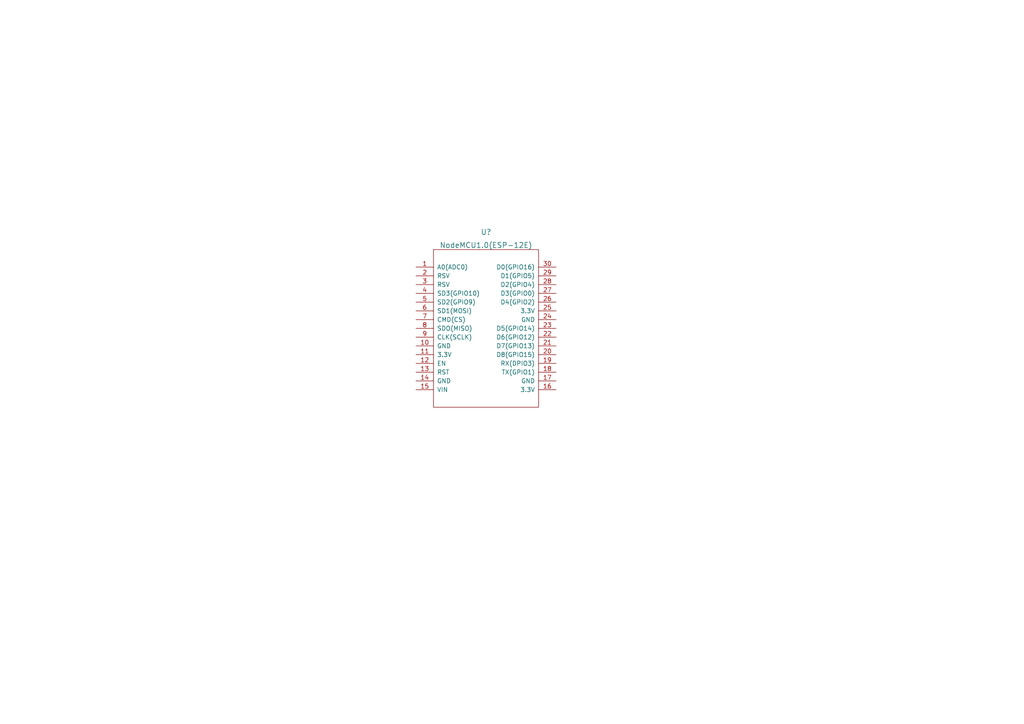
<source format=kicad_sch>
(kicad_sch (version 20211123) (generator eeschema)

  (uuid 9538e4ed-27e6-4c37-b989-9859dc0d49e8)

  (paper "A4")

  (lib_symbols
    (symbol "ESP8266:NodeMCU1.0(ESP-12E)" (pin_names (offset 1.016)) (in_bom yes) (on_board yes)
      (property "Reference" "U" (id 0) (at 0 21.59 0)
        (effects (font (size 1.524 1.524)))
      )
      (property "Value" "NodeMCU1.0(ESP-12E)" (id 1) (at 0 -21.59 0)
        (effects (font (size 1.524 1.524)))
      )
      (property "Footprint" "" (id 2) (at -15.24 -21.59 0)
        (effects (font (size 1.524 1.524)))
      )
      (property "Datasheet" "" (id 3) (at -15.24 -21.59 0)
        (effects (font (size 1.524 1.524)))
      )
      (symbol "NodeMCU1.0(ESP-12E)_0_1"
        (rectangle (start -15.24 -22.86) (end 15.24 22.86)
          (stroke (width 0) (type default) (color 0 0 0 0))
          (fill (type none))
        )
      )
      (symbol "NodeMCU1.0(ESP-12E)_1_1"
        (pin input line (at -20.32 17.78 0) (length 5.08)
          (name "A0(ADC0)" (effects (font (size 1.27 1.27))))
          (number "1" (effects (font (size 1.27 1.27))))
        )
        (pin input line (at -20.32 -5.08 0) (length 5.08)
          (name "GND" (effects (font (size 1.27 1.27))))
          (number "10" (effects (font (size 1.27 1.27))))
        )
        (pin input line (at -20.32 -7.62 0) (length 5.08)
          (name "3.3V" (effects (font (size 1.27 1.27))))
          (number "11" (effects (font (size 1.27 1.27))))
        )
        (pin input line (at -20.32 -10.16 0) (length 5.08)
          (name "EN" (effects (font (size 1.27 1.27))))
          (number "12" (effects (font (size 1.27 1.27))))
        )
        (pin input line (at -20.32 -12.7 0) (length 5.08)
          (name "RST" (effects (font (size 1.27 1.27))))
          (number "13" (effects (font (size 1.27 1.27))))
        )
        (pin input line (at -20.32 -15.24 0) (length 5.08)
          (name "GND" (effects (font (size 1.27 1.27))))
          (number "14" (effects (font (size 1.27 1.27))))
        )
        (pin input line (at -20.32 -17.78 0) (length 5.08)
          (name "VIN" (effects (font (size 1.27 1.27))))
          (number "15" (effects (font (size 1.27 1.27))))
        )
        (pin input line (at 20.32 -17.78 180) (length 5.08)
          (name "3.3V" (effects (font (size 1.27 1.27))))
          (number "16" (effects (font (size 1.27 1.27))))
        )
        (pin input line (at 20.32 -15.24 180) (length 5.08)
          (name "GND" (effects (font (size 1.27 1.27))))
          (number "17" (effects (font (size 1.27 1.27))))
        )
        (pin input line (at 20.32 -12.7 180) (length 5.08)
          (name "TX(GPIO1)" (effects (font (size 1.27 1.27))))
          (number "18" (effects (font (size 1.27 1.27))))
        )
        (pin input line (at 20.32 -10.16 180) (length 5.08)
          (name "RX(DPIO3)" (effects (font (size 1.27 1.27))))
          (number "19" (effects (font (size 1.27 1.27))))
        )
        (pin input line (at -20.32 15.24 0) (length 5.08)
          (name "RSV" (effects (font (size 1.27 1.27))))
          (number "2" (effects (font (size 1.27 1.27))))
        )
        (pin input line (at 20.32 -7.62 180) (length 5.08)
          (name "D8(GPIO15)" (effects (font (size 1.27 1.27))))
          (number "20" (effects (font (size 1.27 1.27))))
        )
        (pin input line (at 20.32 -5.08 180) (length 5.08)
          (name "D7(GPIO13)" (effects (font (size 1.27 1.27))))
          (number "21" (effects (font (size 1.27 1.27))))
        )
        (pin input line (at 20.32 -2.54 180) (length 5.08)
          (name "D6(GPIO12)" (effects (font (size 1.27 1.27))))
          (number "22" (effects (font (size 1.27 1.27))))
        )
        (pin input line (at 20.32 0 180) (length 5.08)
          (name "D5(GPIO14)" (effects (font (size 1.27 1.27))))
          (number "23" (effects (font (size 1.27 1.27))))
        )
        (pin input line (at 20.32 2.54 180) (length 5.08)
          (name "GND" (effects (font (size 1.27 1.27))))
          (number "24" (effects (font (size 1.27 1.27))))
        )
        (pin input line (at 20.32 5.08 180) (length 5.08)
          (name "3.3V" (effects (font (size 1.27 1.27))))
          (number "25" (effects (font (size 1.27 1.27))))
        )
        (pin input line (at 20.32 7.62 180) (length 5.08)
          (name "D4(GPIO2)" (effects (font (size 1.27 1.27))))
          (number "26" (effects (font (size 1.27 1.27))))
        )
        (pin input line (at 20.32 10.16 180) (length 5.08)
          (name "D3(GPIO0)" (effects (font (size 1.27 1.27))))
          (number "27" (effects (font (size 1.27 1.27))))
        )
        (pin input line (at 20.32 12.7 180) (length 5.08)
          (name "D2(GPIO4)" (effects (font (size 1.27 1.27))))
          (number "28" (effects (font (size 1.27 1.27))))
        )
        (pin input line (at 20.32 15.24 180) (length 5.08)
          (name "D1(GPIO5)" (effects (font (size 1.27 1.27))))
          (number "29" (effects (font (size 1.27 1.27))))
        )
        (pin input line (at -20.32 12.7 0) (length 5.08)
          (name "RSV" (effects (font (size 1.27 1.27))))
          (number "3" (effects (font (size 1.27 1.27))))
        )
        (pin input line (at 20.32 17.78 180) (length 5.08)
          (name "D0(GPIO16)" (effects (font (size 1.27 1.27))))
          (number "30" (effects (font (size 1.27 1.27))))
        )
        (pin input line (at -20.32 10.16 0) (length 5.08)
          (name "SD3(GPIO10)" (effects (font (size 1.27 1.27))))
          (number "4" (effects (font (size 1.27 1.27))))
        )
        (pin input line (at -20.32 7.62 0) (length 5.08)
          (name "SD2(GPIO9)" (effects (font (size 1.27 1.27))))
          (number "5" (effects (font (size 1.27 1.27))))
        )
        (pin input line (at -20.32 5.08 0) (length 5.08)
          (name "SD1(MOSI)" (effects (font (size 1.27 1.27))))
          (number "6" (effects (font (size 1.27 1.27))))
        )
        (pin input line (at -20.32 2.54 0) (length 5.08)
          (name "CMD(CS)" (effects (font (size 1.27 1.27))))
          (number "7" (effects (font (size 1.27 1.27))))
        )
        (pin input line (at -20.32 0 0) (length 5.08)
          (name "SDO(MISO)" (effects (font (size 1.27 1.27))))
          (number "8" (effects (font (size 1.27 1.27))))
        )
        (pin input line (at -20.32 -2.54 0) (length 5.08)
          (name "CLK(SCLK)" (effects (font (size 1.27 1.27))))
          (number "9" (effects (font (size 1.27 1.27))))
        )
      )
    )
  )


  (symbol (lib_id "ESP8266:NodeMCU1.0(ESP-12E)") (at 140.97 95.25 0) (unit 1)
    (in_bom yes) (on_board yes) (fields_autoplaced)
    (uuid 4244f2cf-53fb-48c6-88ac-de581a83aeb5)
    (property "Reference" "U?" (id 0) (at 140.97 67.31 0)
      (effects (font (size 1.524 1.524)))
    )
    (property "Value" "" (id 1) (at 140.97 71.12 0)
      (effects (font (size 1.524 1.524)))
    )
    (property "Footprint" "" (id 2) (at 125.73 116.84 0)
      (effects (font (size 1.524 1.524)))
    )
    (property "Datasheet" "" (id 3) (at 125.73 116.84 0)
      (effects (font (size 1.524 1.524)))
    )
    (pin "1" (uuid 8a879d1f-ca8a-4b1b-9742-4d81473d065d))
    (pin "10" (uuid ee40453e-ffff-4fa6-8f87-52e94accc79e))
    (pin "11" (uuid 0b228be1-d929-4723-b65d-f08b31ebbfe8))
    (pin "12" (uuid 871e815c-5322-46c7-ab2b-60fc8caf80ab))
    (pin "13" (uuid c4797346-43bb-4455-a71b-1e7835468a76))
    (pin "14" (uuid dfdcaf55-46e3-417c-8173-1ec330be0718))
    (pin "15" (uuid c3b21ddd-9278-4e2d-b384-0e89e132c254))
    (pin "16" (uuid 1899f8c4-7cd6-4c9f-b6cb-02d8c3ccde64))
    (pin "17" (uuid 40364e2f-2b51-473d-a915-d1cb53f7bf37))
    (pin "18" (uuid 20be538a-78bb-4b13-9fa4-178c4f0ee3d0))
    (pin "19" (uuid e25a2688-358b-43cd-a524-84b2561a3374))
    (pin "2" (uuid c1e33174-a10c-45a2-ad9a-59c478a8fd67))
    (pin "20" (uuid 57c6f979-7343-4564-80f6-8d869063706f))
    (pin "21" (uuid 3054dca9-6f5c-4a12-9201-5e4bbb03ac33))
    (pin "22" (uuid 1dd4294a-42ae-4cc0-892a-09215909bb39))
    (pin "23" (uuid a33677ac-6eb7-4cdf-9c92-7f5edaad0c7e))
    (pin "24" (uuid 6f74ca12-f523-4ae1-9a3c-56a5f48fa6b4))
    (pin "25" (uuid cc8ade41-569e-4e50-9eeb-255b02848341))
    (pin "26" (uuid cfd4e985-8173-4e6e-ad4b-fe8ad091f451))
    (pin "27" (uuid 4dc9a5da-3872-4453-a4f5-1eb2727e93d7))
    (pin "28" (uuid ee010b89-20b6-406d-9be6-95c482ce2f92))
    (pin "29" (uuid 8d89165d-ca7e-4777-a0db-86057fbcad55))
    (pin "3" (uuid b014c344-3b17-4d33-a489-a28aee19e023))
    (pin "30" (uuid b0055f2f-8c43-40ba-b474-d236bbcdc28a))
    (pin "4" (uuid 0fa1dd52-2ee2-4dbc-8ad9-11a87339b82e))
    (pin "5" (uuid cc312894-2da1-4c4f-92fc-ccb6407344be))
    (pin "6" (uuid 29df67e7-4b69-4430-b947-5e23b1ae6fc1))
    (pin "7" (uuid 92ea439a-ced2-455c-a1a1-efe1c4f6f1f2))
    (pin "8" (uuid c6b77903-4d7b-44a8-8d9d-db660f899705))
    (pin "9" (uuid 30f11e44-7ee4-45ae-8cde-abdeeabdc0aa))
  )

  (sheet_instances
    (path "/" (page "1"))
  )

  (symbol_instances
    (path "/4244f2cf-53fb-48c6-88ac-de581a83aeb5"
      (reference "U?") (unit 1) (value "NodeMCU1.0(ESP-12E)") (footprint "")
    )
  )
)

</source>
